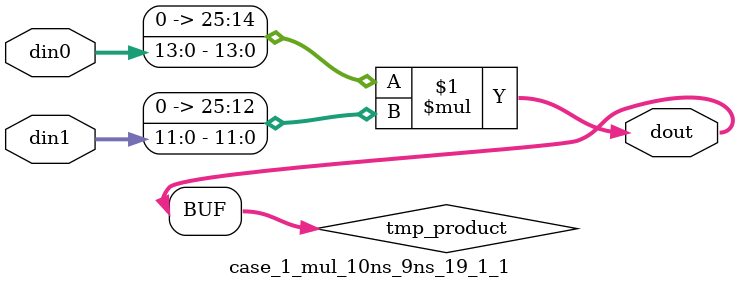
<source format=v>

`timescale 1 ns / 1 ps

 (* use_dsp = "no" *)  module case_1_mul_10ns_9ns_19_1_1(din0, din1, dout);
parameter ID = 1;
parameter NUM_STAGE = 0;
parameter din0_WIDTH = 14;
parameter din1_WIDTH = 12;
parameter dout_WIDTH = 26;

input [din0_WIDTH - 1 : 0] din0; 
input [din1_WIDTH - 1 : 0] din1; 
output [dout_WIDTH - 1 : 0] dout;

wire signed [dout_WIDTH - 1 : 0] tmp_product;
























assign tmp_product = $signed({1'b0, din0}) * $signed({1'b0, din1});











assign dout = tmp_product;





















endmodule

</source>
